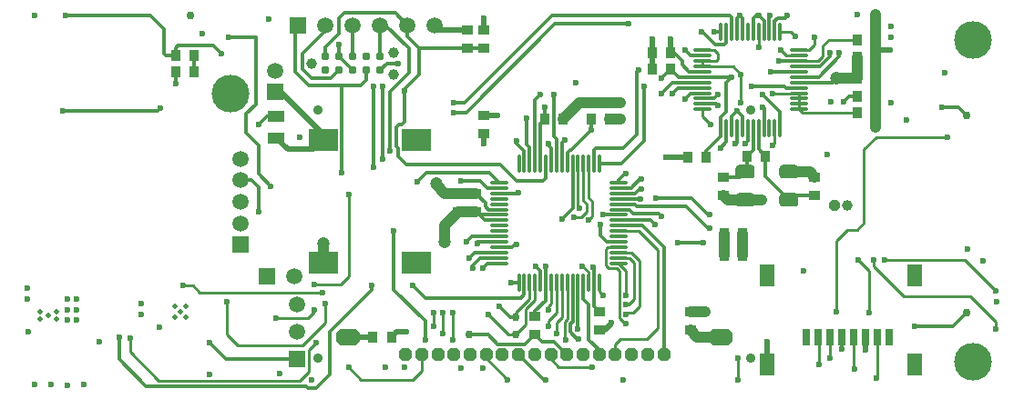
<source format=gbl>
%FSLAX25Y25*%
%MOIN*%
G70*
G01*
G75*
G04 Layer_Physical_Order=4*
G04 Layer_Color=16711680*
%ADD10R,0.08661X0.05906*%
%ADD11O,0.00984X0.03347*%
%ADD12O,0.03150X0.01181*%
%ADD13O,0.01181X0.03150*%
%ADD14R,0.06299X0.06299*%
%ADD15R,0.03937X0.03543*%
%ADD16C,0.03000*%
G04:AMPARAMS|DCode=17|XSize=236.22mil|YSize=98.43mil|CornerRadius=24.61mil|HoleSize=0mil|Usage=FLASHONLY|Rotation=0.000|XOffset=0mil|YOffset=0mil|HoleType=Round|Shape=RoundedRectangle|*
%AMROUNDEDRECTD17*
21,1,0.23622,0.04921,0,0,0.0*
21,1,0.18701,0.09843,0,0,0.0*
1,1,0.04921,0.09350,-0.02461*
1,1,0.04921,-0.09350,-0.02461*
1,1,0.04921,-0.09350,0.02461*
1,1,0.04921,0.09350,0.02461*
%
%ADD17ROUNDEDRECTD17*%
G04:AMPARAMS|DCode=18|XSize=98.43mil|YSize=39.37mil|CornerRadius=9.84mil|HoleSize=0mil|Usage=FLASHONLY|Rotation=0.000|XOffset=0mil|YOffset=0mil|HoleType=Round|Shape=RoundedRectangle|*
%AMROUNDEDRECTD18*
21,1,0.09843,0.01969,0,0,0.0*
21,1,0.07874,0.03937,0,0,0.0*
1,1,0.01969,0.03937,-0.00984*
1,1,0.01969,-0.03937,-0.00984*
1,1,0.01969,-0.03937,0.00984*
1,1,0.01969,0.03937,0.00984*
%
%ADD18ROUNDEDRECTD18*%
G04:AMPARAMS|DCode=19|XSize=78.74mil|YSize=94.49mil|CornerRadius=19.69mil|HoleSize=0mil|Usage=FLASHONLY|Rotation=180.000|XOffset=0mil|YOffset=0mil|HoleType=Round|Shape=RoundedRectangle|*
%AMROUNDEDRECTD19*
21,1,0.07874,0.05512,0,0,180.0*
21,1,0.03937,0.09449,0,0,180.0*
1,1,0.03937,-0.01969,0.02756*
1,1,0.03937,0.01969,0.02756*
1,1,0.03937,0.01969,-0.02756*
1,1,0.03937,-0.01969,-0.02756*
%
%ADD19ROUNDEDRECTD19*%
%ADD20R,0.03543X0.03937*%
%ADD21R,0.03150X0.06693*%
%ADD22R,0.03150X0.04331*%
%ADD23R,0.09000X0.09000*%
%ADD24R,0.04331X0.05906*%
%ADD25R,0.05906X0.04331*%
G04:AMPARAMS|DCode=26|XSize=51.18mil|YSize=64.96mil|CornerRadius=12.8mil|HoleSize=0mil|Usage=FLASHONLY|Rotation=0.000|XOffset=0mil|YOffset=0mil|HoleType=Round|Shape=RoundedRectangle|*
%AMROUNDEDRECTD26*
21,1,0.05118,0.03937,0,0,0.0*
21,1,0.02559,0.06496,0,0,0.0*
1,1,0.02559,0.01280,-0.01969*
1,1,0.02559,-0.01280,-0.01969*
1,1,0.02559,-0.01280,0.01969*
1,1,0.02559,0.01280,0.01969*
%
%ADD26ROUNDEDRECTD26*%
G04:AMPARAMS|DCode=27|XSize=31.5mil|YSize=106.3mil|CornerRadius=7.87mil|HoleSize=0mil|Usage=FLASHONLY|Rotation=180.000|XOffset=0mil|YOffset=0mil|HoleType=Round|Shape=RoundedRectangle|*
%AMROUNDEDRECTD27*
21,1,0.03150,0.09055,0,0,180.0*
21,1,0.01575,0.10630,0,0,180.0*
1,1,0.01575,-0.00787,0.04528*
1,1,0.01575,0.00787,0.04528*
1,1,0.01575,0.00787,-0.04528*
1,1,0.01575,-0.00787,-0.04528*
%
%ADD27ROUNDEDRECTD27*%
G04:AMPARAMS|DCode=28|XSize=25.59mil|YSize=43.31mil|CornerRadius=6.4mil|HoleSize=0mil|Usage=FLASHONLY|Rotation=90.000|XOffset=0mil|YOffset=0mil|HoleType=Round|Shape=RoundedRectangle|*
%AMROUNDEDRECTD28*
21,1,0.02559,0.03051,0,0,90.0*
21,1,0.01280,0.04331,0,0,90.0*
1,1,0.01280,0.01526,0.00640*
1,1,0.01280,0.01526,-0.00640*
1,1,0.01280,-0.01526,-0.00640*
1,1,0.01280,-0.01526,0.00640*
%
%ADD28ROUNDEDRECTD28*%
%ADD29C,0.01181*%
%ADD30C,0.01969*%
%ADD31C,0.01000*%
%ADD32C,0.03937*%
%ADD33C,0.03902*%
%ADD34C,0.02953*%
%ADD35C,0.03543*%
G04:AMPARAMS|DCode=36|XSize=86.61mil|YSize=59.06mil|CornerRadius=0mil|HoleSize=0mil|Usage=FLASHONLY|Rotation=0.000|XOffset=0mil|YOffset=0mil|HoleType=Round|Shape=Octagon|*
%AMOCTAGOND36*
4,1,8,0.04331,-0.01476,0.04331,0.01476,0.02854,0.02953,-0.02854,0.02953,-0.04331,0.01476,-0.04331,-0.01476,-0.02854,-0.02953,0.02854,-0.02953,0.04331,-0.01476,0.0*
%
%ADD36OCTAGOND36*%

%ADD37P,0.05114X8X22.5*%
%ADD38C,0.13780*%
%ADD39C,0.05906*%
%ADD40R,0.05906X0.05906*%
%ADD41P,0.04261X8X22.5*%
%ADD42C,0.03937*%
%ADD43R,0.05906X0.05906*%
%ADD44C,0.01969*%
%ADD45C,0.02362*%
%ADD46C,0.04724*%
%ADD47C,0.04000*%
%ADD48C,0.07902*%
%ADD49C,0.06953*%
%ADD50C,0.07543*%
%ADD51O,0.10693X0.07150*%
%ADD52C,0.06362*%
%ADD53C,0.13843*%
%ADD54C,0.05181*%
%ADD55C,0.03098*%
%ADD56R,0.10630X0.07874*%
%ADD57R,0.05709X0.07874*%
%ADD58R,0.03150X0.05906*%
%ADD59O,0.01181X0.07087*%
%ADD60O,0.07087X0.01181*%
G04:AMPARAMS|DCode=61|XSize=50mil|YSize=70mil|CornerRadius=12.5mil|HoleSize=0mil|Usage=FLASHONLY|Rotation=90.000|XOffset=0mil|YOffset=0mil|HoleType=Round|Shape=RoundedRectangle|*
%AMROUNDEDRECTD61*
21,1,0.05000,0.04500,0,0,90.0*
21,1,0.02500,0.07000,0,0,90.0*
1,1,0.02500,0.02250,0.01250*
1,1,0.02500,0.02250,-0.01250*
1,1,0.02500,-0.02250,-0.01250*
1,1,0.02500,-0.02250,0.01250*
%
%ADD61ROUNDEDRECTD61*%
D15*
X171555Y62846D02*
D03*
Y56154D02*
D03*
X165555Y56154D02*
D03*
Y62846D02*
D03*
X247000Y-40653D02*
D03*
Y-47346D02*
D03*
X171500Y24654D02*
D03*
Y31346D02*
D03*
X168445Y-3847D02*
D03*
Y2847D02*
D03*
X161945Y-3847D02*
D03*
Y2847D02*
D03*
X190100Y-42154D02*
D03*
Y-48846D02*
D03*
X213800Y-40554D02*
D03*
Y-47246D02*
D03*
X292500Y2153D02*
D03*
Y8846D02*
D03*
X259000Y8846D02*
D03*
Y2153D02*
D03*
D16*
X348000Y31500D02*
D03*
X166000Y-49000D02*
D03*
X183000D02*
D03*
Y-42555D02*
D03*
X348000Y-41000D02*
D03*
D20*
X130894Y-49841D02*
D03*
X137587D02*
D03*
X193654Y30000D02*
D03*
X200346D02*
D03*
X259500Y-20055D02*
D03*
X266193D02*
D03*
X259500Y-12055D02*
D03*
X266193D02*
D03*
X210653Y30000D02*
D03*
X217347D02*
D03*
X308063Y32276D02*
D03*
X314756D02*
D03*
X267653Y16555D02*
D03*
X274346D02*
D03*
X308063Y59146D02*
D03*
X314756D02*
D03*
X233154Y54500D02*
D03*
X239846D02*
D03*
X314846Y38500D02*
D03*
X308154D02*
D03*
X314846Y45000D02*
D03*
X308154D02*
D03*
X314756Y52782D02*
D03*
X308063D02*
D03*
X233154Y48500D02*
D03*
X239846D02*
D03*
X246153Y16000D02*
D03*
X252847D02*
D03*
X65346Y53500D02*
D03*
X58653D02*
D03*
X65346Y47500D02*
D03*
X58653D02*
D03*
D25*
X95500Y30937D02*
D03*
Y23063D02*
D03*
D29*
X345000Y34500D02*
X348000Y31500D01*
X339000Y34500D02*
X345000D01*
X303000Y36500D02*
X305000Y38500D01*
X308154D01*
X329000Y-46000D02*
X343000D01*
X348000Y-41000D01*
X281953Y41547D02*
X286717D01*
X281500Y42000D02*
X281953Y41547D01*
X269500Y42000D02*
X281500D01*
X273500Y39000D02*
X279827Y32673D01*
Y26783D02*
Y32673D01*
X260000Y43500D02*
X262000Y45500D01*
X260000Y32619D02*
Y43500D01*
X258173Y30792D02*
X260000Y32619D01*
X251283Y45484D02*
X261984D01*
X262000Y45500D01*
X259295Y57295D02*
X260142Y58142D01*
X251500Y62000D02*
X256205Y57295D01*
X259295D01*
X260142Y58142D02*
Y62217D01*
X298000Y53000D02*
Y54500D01*
X294421Y49421D02*
X298000Y53000D01*
X286717Y49421D02*
X294421D01*
X251000Y62000D02*
X251500D01*
X271000Y68000D02*
X272000D01*
X269984Y66984D02*
X271000Y68000D01*
X269984Y62217D02*
Y66984D01*
X272000Y68000D02*
X273921Y66079D01*
Y62217D02*
Y66079D01*
Y62217D02*
X273921Y62217D01*
X281638Y67138D02*
X282500Y68000D01*
X279011Y67138D02*
X281638D01*
X277858Y65985D02*
X279011Y67138D01*
X277858Y62217D02*
Y65985D01*
X264079Y67079D02*
X265000Y68000D01*
X264079Y62217D02*
Y67079D01*
X265000Y68000D02*
X266047Y66953D01*
Y62217D02*
Y66953D01*
X255783Y62217D02*
X258173D01*
X245000Y55500D02*
X247142Y53358D01*
X251284D01*
X244000Y50000D02*
Y51500D01*
X241000Y54500D02*
X244000Y51500D01*
X239846Y54500D02*
X241000D01*
X244000Y50000D02*
X246547Y47453D01*
X258173Y26783D02*
Y30792D01*
X211795Y13850D02*
Y18795D01*
X212500Y19500D01*
X222500D01*
X227441Y24441D01*
Y47441D01*
X228000Y48000D01*
X213764Y13850D02*
X221850D01*
X230000Y22000D01*
Y42000D01*
X276547Y47453D02*
X286717D01*
X276500Y47500D02*
X276547Y47453D01*
X301500Y53000D02*
Y54500D01*
X293984Y45484D02*
X301500Y53000D01*
X286717Y45484D02*
X293984D01*
X299016Y43516D02*
X300500Y45000D01*
X286717Y43516D02*
X299016D01*
X236500Y45000D02*
X239846Y48346D01*
Y48500D01*
X242862Y45484D01*
X251283D01*
X240516Y43516D02*
X251283D01*
X236500Y39500D02*
X240516Y43516D01*
X242547Y41547D02*
X251284D01*
X240500Y39500D02*
X242547Y41547D01*
X247079Y39579D02*
X249500D01*
X245000Y37500D02*
X247079Y39579D01*
X246547Y47453D02*
X251283D01*
X252847Y16000D02*
Y18346D01*
X258173Y23673D01*
Y26783D01*
X262110Y31110D02*
X264000Y33000D01*
X262110Y26783D02*
Y31110D01*
X264000Y33000D02*
X266047Y30953D01*
Y26783D02*
Y30953D01*
X263500Y21000D02*
X264079Y21579D01*
Y26783D01*
X267000Y21000D02*
X268016Y22016D01*
Y26783D01*
X273500Y34500D02*
X273921Y34079D01*
Y26783D02*
Y34079D01*
X286717Y51390D02*
X286717Y51390D01*
X279610Y51390D02*
X286717D01*
X279500Y51500D02*
X279610Y51390D01*
X253500Y-5000D02*
X254000D01*
X247500Y1000D02*
X253500Y-5000D01*
X234500Y1000D02*
X247500D01*
X253500Y-10000D02*
X254000D01*
X245500Y-2000D02*
X253500Y-10000D01*
X227500Y-2000D02*
X245500D01*
X183827Y2827D02*
X184000Y3000D01*
X177150Y2827D02*
X183827D01*
X235500Y-4500D02*
X236500Y-5500D01*
X226040Y-4500D02*
X235500D01*
X232516Y-7016D02*
X234000Y-8500D01*
X220850Y-7016D02*
X232516D01*
X224619Y-3079D02*
X226040Y-4500D01*
X220850Y-3079D02*
X224619D01*
X226610Y-1110D02*
X227500Y-2000D01*
X220850Y-1110D02*
X226610D01*
X215047Y-5047D02*
X220850D01*
X210653Y26153D02*
Y30000D01*
X203272Y18772D02*
X210653Y26153D01*
X203106Y18772D02*
X203272D01*
X201953Y17618D02*
X203106Y18772D01*
X201953Y13850D02*
Y17618D01*
X201953Y13850D02*
X201953Y13850D01*
X199984Y13850D02*
Y21484D01*
X201000Y22500D01*
X197000Y23635D02*
Y39000D01*
Y23635D02*
X198016Y22619D01*
Y13850D02*
Y22619D01*
X195000Y20500D02*
Y21000D01*
Y20500D02*
X196047Y19453D01*
Y13850D02*
Y19453D01*
X193654Y30000D02*
Y34347D01*
X192110Y28457D02*
X193654Y30000D01*
X192110Y13850D02*
Y28457D01*
X190142Y37142D02*
X192000Y39000D01*
X190142Y13850D02*
Y37142D01*
X187000Y20881D02*
Y30500D01*
X183500Y21000D02*
Y22000D01*
X275890Y62217D02*
X275890Y62217D01*
Y67890D01*
X276000Y68000D01*
X197500Y65000D02*
X224500D01*
X165000Y32500D02*
X197500Y65000D01*
X160500Y32500D02*
X165000D01*
X72500Y57000D02*
X75500Y54000D01*
X59500Y57000D02*
X72500D01*
X58653Y56154D02*
X59500Y57000D01*
X58653Y53500D02*
Y56154D01*
X262110Y62217D02*
Y67390D01*
X261500Y68000D02*
X262110Y67390D01*
X196500Y68000D02*
X261500D01*
X164500Y36000D02*
X196500Y68000D01*
X160500Y36000D02*
X164500D01*
X194079Y8579D02*
Y13850D01*
X193000Y7500D02*
X194079Y8579D01*
X183500Y7500D02*
X193000D01*
X177500Y13500D02*
X183500Y7500D01*
X143000Y13500D02*
X177500D01*
X140000Y16500D02*
X143000Y13500D01*
X140000Y16500D02*
Y19500D01*
X139500Y20000D02*
X140000Y19500D01*
X139500Y20000D02*
Y27000D01*
X140500Y28000D01*
X141500D01*
X142500Y29000D01*
X137000Y18500D02*
Y40000D01*
Y18500D02*
X137126Y18374D01*
X137000Y40000D02*
X144000Y47000D01*
X142500Y29000D02*
Y40500D01*
Y41000D01*
X147846Y46347D01*
Y56154D01*
X165555D01*
X143500Y60500D02*
X147846Y56154D01*
X143500Y60500D02*
Y64500D01*
X165555Y56154D02*
X165555Y56154D01*
X171555D01*
X133500Y64500D02*
X135500D01*
X144000Y56000D01*
Y47000D02*
Y56000D01*
X223000Y10000D02*
X223500D01*
X220850Y7850D02*
X223000Y10000D01*
X220850Y6764D02*
Y7850D01*
X134500Y15500D02*
Y42000D01*
X228500Y8000D02*
X229000D01*
X225295Y4795D02*
X228500Y8000D01*
X220850Y4795D02*
X225295D01*
X131000Y12500D02*
Y42000D01*
X228500Y4500D02*
X229000D01*
X226827Y2827D02*
X228500Y4500D01*
X220850Y2827D02*
X226827D01*
X119500Y42500D02*
X126500D01*
X107500D02*
X119500D01*
Y10500D02*
Y42500D01*
X220850Y858D02*
X228858D01*
X54500Y54000D02*
Y63000D01*
Y54000D02*
X55000Y53500D01*
X58653D01*
X136000Y50500D02*
X140000D01*
X133500Y48000D02*
X136000Y50500D01*
X113500Y62500D02*
Y64500D01*
X105171Y54171D02*
X113500Y62500D01*
X105171Y48329D02*
Y54171D01*
Y48329D02*
X108500Y45000D01*
X102500Y63500D02*
X103500Y64500D01*
X102500Y47500D02*
Y63500D01*
Y47500D02*
X107500Y42500D01*
X108500Y45000D02*
X115500D01*
X118500Y48000D01*
X126500Y42500D02*
X128500Y44500D01*
X139000Y69000D02*
X143500Y64500D01*
X120500Y69000D02*
X139000D01*
X118500Y67000D02*
X120500Y69000D01*
X118500Y61500D02*
Y67000D01*
X113500Y56500D02*
X118500Y61500D01*
X113500Y53000D02*
Y56500D01*
X133500Y53000D02*
Y64500D01*
X118500Y53000D02*
Y57500D01*
Y53000D02*
X123500Y48000D01*
X128500Y44500D02*
Y48000D01*
X123500Y53000D02*
Y64500D01*
X65346Y47500D02*
X65346Y47500D01*
Y53500D01*
X58653Y43154D02*
Y47500D01*
X49500Y68000D02*
X54500Y63000D01*
X18500Y68000D02*
X49500D01*
X17500Y33000D02*
X52000D01*
X53000Y34000D01*
X89000Y28000D02*
X91937Y30937D01*
X95500D01*
X88000Y35500D02*
Y60000D01*
X84500Y25000D02*
X89000Y20500D01*
X84500Y32000D02*
X88000Y35500D01*
X84500Y25000D02*
Y32000D01*
X78000Y60000D02*
X88000D01*
X89000Y10063D02*
Y20500D01*
Y10063D02*
X93532Y5531D01*
X147000Y7000D02*
X150500Y10500D01*
X173413D01*
X177150Y6764D01*
X163000Y7500D02*
X170000D01*
X172705Y4795D01*
X177150D01*
X168445Y2847D02*
X172000Y-709D01*
Y-2000D02*
Y-709D01*
Y-2000D02*
X173079Y-3079D01*
X177150D01*
X169646Y-5047D02*
X171614Y-7016D01*
X168445Y-3847D02*
X169646Y-5047D01*
X171614Y-7016D02*
X177150D01*
X169646Y-5047D02*
X177150D01*
X115000Y-48000D02*
X130500Y-32500D01*
Y-31000D01*
X186205Y-34295D02*
Y-29850D01*
X185000Y-35500D02*
X186205Y-34295D01*
X150000Y-35500D02*
X185000D01*
X145500Y-31000D02*
X150000Y-35500D01*
X138500Y-32500D02*
Y-11000D01*
Y-32500D02*
X150000Y-44000D01*
Y-51000D02*
Y-44000D01*
X115000Y-63500D02*
Y-48000D01*
X110000Y-68500D02*
X115000Y-63500D01*
X107000Y-68500D02*
X110000D01*
X106378Y-67878D02*
X107000Y-68500D01*
X47878Y-67878D02*
X106378D01*
X38000Y-58000D02*
X47878Y-67878D01*
X38000Y-58000D02*
Y-50000D01*
X216390Y-14890D02*
X220850D01*
X214000Y-12500D02*
X216390Y-14890D01*
X214000Y-12500D02*
Y-8500D01*
X181650Y-29850D02*
X184236D01*
X181500Y-30000D02*
X181650Y-29850D01*
X181055Y-42555D02*
X183000D01*
X177000Y-38500D02*
X181055Y-42555D01*
X186446Y-52500D02*
X190100Y-48846D01*
X176500Y-52500D02*
X186446D01*
X173000Y-49000D02*
X176500Y-52500D01*
X166000Y-49000D02*
X173000D01*
X196965Y-51500D02*
X201811Y-56346D01*
X192754Y-51500D02*
X196965D01*
X190100Y-48846D02*
X192754Y-51500D01*
X190100Y-42154D02*
Y-40400D01*
X194079Y-36421D01*
Y-29850D01*
X190500Y-24061D02*
Y-24000D01*
Y-24061D02*
X192110Y-25672D01*
Y-29850D02*
Y-25672D01*
X186205Y13850D02*
Y18295D01*
X183500Y21000D02*
X186205Y18295D01*
X188173Y13850D02*
Y19708D01*
X187000Y20881D02*
X188173Y19708D01*
X190142Y13850D02*
X190142Y13850D01*
X205500Y-50500D02*
X206000D01*
X203000Y-48000D02*
X205500Y-50500D01*
X203000Y-48000D02*
Y-45000D01*
X203921Y-44079D01*
Y-29850D01*
X205890Y-47000D02*
Y-29850D01*
X209827Y-50827D02*
X213622Y-54622D01*
X209827Y-50827D02*
Y-37827D01*
X207858Y-35858D02*
X209827Y-37827D01*
X207858Y-35858D02*
Y-29850D01*
X211795Y-38549D02*
X213800Y-40554D01*
X211795Y-38549D02*
Y-29850D01*
X213622Y-56346D02*
Y-54622D01*
X194079Y-29850D02*
Y-24021D01*
X211300Y-24100D02*
X211795Y-24595D01*
Y-29850D02*
Y-24595D01*
X242600Y-15400D02*
X251600D01*
X242500Y-15300D02*
X242600Y-15400D01*
X242400Y-15300D02*
X242500D01*
X182700Y-15900D02*
X183300D01*
X181742Y-16858D02*
X182700Y-15900D01*
X177150Y-16858D02*
X181742D01*
X229484Y-8984D02*
X237244Y-16744D01*
X220850Y-8984D02*
X229484D01*
X237244Y-56346D02*
Y-16744D01*
X169000Y-15500D02*
Y-15000D01*
X169110Y-14890D01*
X167079Y-12921D02*
X177150D01*
X165000Y-15000D02*
X167079Y-12921D01*
X203921Y-2579D02*
Y13850D01*
X200000Y-6500D02*
X203921Y-2579D01*
X89000Y-4000D02*
Y5000D01*
X86378Y7622D02*
X89000Y5000D01*
X82500Y7622D02*
X86378D01*
X302394Y-54394D02*
Y-49811D01*
X260142Y21642D02*
Y26783D01*
X258000Y19500D02*
X260142Y21642D01*
X251284Y37610D02*
X255610D01*
X257000Y39000D01*
X251284Y35642D02*
X256358D01*
X257000Y35000D01*
X169110Y-14890D02*
X177150D01*
X166000Y-21000D02*
X168173Y-18827D01*
X177150D01*
X167500Y-24500D02*
Y-23500D01*
X170205Y-20795D01*
X177150D01*
X171000Y-24500D02*
X172736Y-22764D01*
X177150D01*
X283000Y430D02*
X284723Y2153D01*
X292500D01*
X265166Y8846D02*
X267000Y10680D01*
X259000Y8846D02*
X265166D01*
X269984Y18886D02*
Y26783D01*
X267653Y16555D02*
X269984Y18886D01*
X271953Y18949D02*
Y26783D01*
Y18949D02*
X274346Y16555D01*
X267653Y11334D02*
Y16555D01*
X267000Y10680D02*
X267653Y11334D01*
X274346Y9084D02*
Y16555D01*
Y9084D02*
X283000Y430D01*
X71000Y-52000D02*
X77000Y-58000D01*
X103000D01*
D30*
X314791Y55500D02*
X320000D01*
X233154Y48500D02*
Y54500D01*
Y59346D01*
X239846Y54500D02*
Y59346D01*
X238000Y16000D02*
X246153D01*
X171555Y62846D02*
Y66945D01*
X153500Y64500D02*
X155154Y62846D01*
X165555D01*
X171500Y31346D02*
X176347D01*
X171500Y21000D02*
Y24654D01*
X95000Y40000D02*
X97000D01*
X112598Y24402D01*
Y22441D02*
Y24402D01*
X109158Y19000D02*
X112598Y22441D01*
X99563Y19000D02*
X109158D01*
X95500Y23063D02*
X99563Y19000D01*
X311055Y-54445D02*
Y-49811D01*
X274933Y-60047D02*
Y-51567D01*
X218000Y-45000D02*
Y-44500D01*
X215754Y-47246D02*
X218000Y-45000D01*
X213800Y-47246D02*
X215754D01*
X139428Y-48000D02*
X143000D01*
X137587Y-49841D02*
X139428Y-48000D01*
X121890Y-49850D02*
X121899Y-49841D01*
X130894D01*
D31*
X41900Y-55400D02*
X52500Y-66000D01*
X41900Y-55400D02*
Y-50100D01*
X318000Y-21500D02*
X347500D01*
X358791Y-32791D01*
X314000Y-24000D02*
Y-21500D01*
Y-24000D02*
X325000Y-35000D01*
X349500D01*
X358791Y-44291D01*
Y-46791D02*
Y-44291D01*
X315000Y23500D02*
X341000D01*
X310500Y19000D02*
X315000Y23500D01*
X310500Y-8000D02*
Y19000D01*
X308000Y-10500D02*
X310500Y-8000D01*
X304500Y-10500D02*
X308000D01*
X300500Y-14500D02*
X304500Y-10500D01*
X300500Y-40500D02*
Y-14500D01*
X312500Y-41000D02*
Y-25650D01*
X308425Y-21575D02*
X312500Y-25650D01*
X292500Y57500D02*
Y60000D01*
X290327Y55327D02*
X292500Y57500D01*
X286717Y55327D02*
X290327D01*
X283784Y62217D02*
X285500Y60500D01*
X279827Y62217D02*
X283784D01*
X280000Y55500D02*
X282142Y53358D01*
X286717D01*
X271953Y56547D02*
Y62217D01*
X286717Y33673D02*
Y39579D01*
Y33673D02*
X286717Y33673D01*
X276941Y39441D02*
X277079Y39579D01*
X286717D01*
X265500Y36000D02*
Y46500D01*
X251284Y31216D02*
Y33673D01*
Y31216D02*
X254500Y28000D01*
X262579Y49421D02*
X265500Y46500D01*
X251284Y49421D02*
X262579D01*
X251284D02*
Y51390D01*
X256390D01*
X257000Y52000D01*
Y54000D01*
X255673Y55327D02*
X257000Y54000D01*
X251284Y55327D02*
X255673D01*
X288114Y32276D02*
X308063D01*
X286717Y33673D02*
X288114Y32276D01*
X297646Y59146D02*
X308063D01*
X295500Y57000D02*
X297646Y59146D01*
X295500Y53156D02*
Y57000D01*
X293734Y51390D02*
X295500Y53156D01*
X286717Y51390D02*
X293734D01*
X277000Y20500D02*
X277858Y21358D01*
Y26783D01*
X213764Y-33264D02*
X215000Y-34500D01*
X213764Y-33264D02*
Y-29850D01*
X209827Y1173D02*
Y13850D01*
Y1173D02*
X211000Y0D01*
Y-5491D02*
Y0D01*
X209746Y-6746D02*
X211000Y-5491D01*
X122000Y-27500D02*
Y2500D01*
X119000Y-30500D02*
X122000Y-27500D01*
X109500Y-30500D02*
X119000D01*
X109500Y-40500D02*
Y-40000D01*
X107000Y-43000D02*
X109500Y-40500D01*
X95500Y-43000D02*
X107000D01*
X77500Y-49000D02*
Y-37000D01*
Y-49000D02*
X81500Y-53000D01*
X105000D01*
X113500Y-44500D01*
Y-37500D01*
X107500Y-54500D02*
X110000Y-52000D01*
X52500Y-66000D02*
X104000D01*
X107500Y-62500D01*
Y-54500D01*
X65000Y-31000D02*
X67500Y-33500D01*
X61500Y-31000D02*
X65000D01*
X67500Y-33500D02*
X112500D01*
X180500Y-49000D02*
X183000D01*
X173000Y-41500D02*
X180500Y-49000D01*
X160000Y-51000D02*
Y-41000D01*
X156500Y-48500D02*
Y-41000D01*
X153000Y-46000D02*
Y-41000D01*
X183000Y-42555D02*
Y-40972D01*
X188173Y-35799D01*
Y-29850D01*
X183000Y-49000D02*
X186844Y-45156D01*
Y-39656D01*
X190142Y-36358D01*
Y-29850D01*
X195000Y-40000D02*
Y-38500D01*
X196047Y-37453D01*
Y-29850D01*
X195000Y-46000D02*
Y-44000D01*
X198016Y-40984D01*
Y-29850D01*
X198000Y-48500D02*
Y-44500D01*
X199984Y-42516D01*
Y-29850D01*
X201500Y-51000D02*
Y-49986D01*
X201122Y-49609D02*
X201500Y-49986D01*
X201122Y-49609D02*
Y-44222D01*
X201953Y-43391D01*
Y-29850D01*
X207500Y-24000D02*
X207616D01*
X209736Y-26120D01*
Y-29760D02*
Y-26120D01*
Y-29760D02*
X209827Y-29850D01*
X172283Y-57615D02*
Y-56346D01*
Y-57615D02*
X180087Y-65418D01*
X184095Y-56346D02*
X193254Y-65506D01*
X193960D01*
X198742Y-60871D02*
X210975D01*
X195905Y-58035D02*
X198742Y-60871D01*
X122000Y-61000D02*
X126500Y-65500D01*
X145500D01*
X148661Y-62339D01*
Y-56346D01*
X195905Y-58035D02*
Y-56346D01*
X231000Y-50500D02*
X235000Y-46500D01*
X221500Y-50500D02*
X231000D01*
X219528Y-52472D02*
X221500Y-50500D01*
X219528Y-56346D02*
Y-52472D01*
X223000Y-45000D02*
X223500D01*
X221000Y-43000D02*
X223000Y-45000D01*
X221000Y-43000D02*
Y-25642D01*
X228287Y-38713D02*
Y-21760D01*
X223500Y-41500D02*
X224000Y-41000D01*
X226000D01*
X228287Y-38713D01*
X226500Y-36000D02*
Y-22500D01*
X223500Y-38000D02*
X224500D01*
X226500Y-36000D01*
X223500Y-34500D02*
Y-25413D01*
X235000Y-46500D02*
Y-18000D01*
X227953Y-10953D02*
X235000Y-18000D01*
X220850Y-10953D02*
X227953D01*
X207858Y142D02*
Y13850D01*
Y142D02*
X209000Y-1000D01*
Y-4000D02*
Y-1000D01*
X207000Y-6000D02*
X209000Y-4000D01*
X204500Y-6000D02*
X207000D01*
X205890Y-1890D02*
Y13850D01*
Y-1890D02*
X206500Y-2500D01*
X298000Y-49874D02*
X298063Y-49811D01*
X298000Y-57500D02*
Y-49874D01*
X315386Y-64614D02*
Y-49811D01*
X315000Y-65000D02*
X315386Y-64614D01*
X264500Y-65500D02*
Y-57500D01*
X293732Y-49811D02*
X294000Y-50079D01*
Y-60000D02*
Y-50079D01*
X306724Y-61224D02*
Y-49811D01*
Y-61224D02*
X307000Y-61500D01*
X220000Y-24642D02*
X221000Y-25642D01*
X217120Y-24642D02*
X220000D01*
X216000Y-23522D02*
X217120Y-24642D01*
X216000Y-23522D02*
Y-17500D01*
X216642Y-16858D01*
X220850D01*
X225355Y-18827D02*
X228287Y-21760D01*
X220850Y-18827D02*
X225355D01*
X224795Y-20795D02*
X226500Y-22500D01*
X220850Y-20795D02*
X224795D01*
X220850Y-22764D02*
X223500Y-25413D01*
D32*
X314791Y55500D02*
Y68291D01*
Y27209D02*
Y55500D01*
X300500Y45000D02*
X308154D01*
X308063Y45091D02*
X308154Y45000D01*
X308063Y45091D02*
Y52782D01*
X206347Y36000D02*
X221500D01*
X200346Y30000D02*
X206347Y36000D01*
X217347Y30000D02*
X221500D01*
X154000Y6000D02*
Y6500D01*
Y6000D02*
X157153Y2847D01*
X161945D01*
X168445D01*
X157000Y-15000D02*
Y-8791D01*
X161945Y-3847D01*
X168445D01*
X267000Y430D02*
X272930D01*
X283000Y10680D02*
X290666D01*
X292500Y8846D01*
X260723Y430D02*
X267000D01*
X259000Y2153D02*
X260723Y430D01*
X266193Y-20055D02*
Y-12055D01*
X259500Y-20055D02*
Y-12055D01*
X247000Y-40653D02*
X252346D01*
X249504Y-49850D02*
X258110D01*
X247000Y-47346D02*
X249504Y-49850D01*
X112598Y-22441D02*
Y-15598D01*
D33*
X138500Y46504D02*
D03*
Y54496D02*
D03*
X108500Y50500D02*
D03*
D34*
X64000Y68000D02*
D03*
D35*
X110866Y33417D02*
D03*
Y-57528D02*
D03*
X269134Y33417D02*
D03*
Y-57528D02*
D03*
D36*
X258110Y-49850D02*
D03*
X121890D02*
D03*
D37*
X142756Y-56346D02*
D03*
X148661D02*
D03*
X154567D02*
D03*
X160473D02*
D03*
X166378D02*
D03*
X172283D02*
D03*
X178189D02*
D03*
X184095D02*
D03*
X190000D02*
D03*
X195905D02*
D03*
X201811D02*
D03*
X207716D02*
D03*
X213622D02*
D03*
X219528D02*
D03*
X225433D02*
D03*
X231339D02*
D03*
X237244D02*
D03*
D38*
X350394Y-59055D02*
D03*
Y59055D02*
D03*
X78740Y39370D02*
D03*
D39*
X95000Y47874D02*
D03*
X82500Y-8126D02*
D03*
Y-252D02*
D03*
Y7622D02*
D03*
Y15496D02*
D03*
X102000Y-27500D02*
D03*
X153500Y64500D02*
D03*
X143500D02*
D03*
X133500D02*
D03*
X123500D02*
D03*
X113500D02*
D03*
X103000Y-38000D02*
D03*
Y-48000D02*
D03*
D40*
X95000Y40000D02*
D03*
X82500Y-16000D02*
D03*
X103000Y-58000D02*
D03*
D41*
X299638Y-1575D02*
D03*
D42*
X304362D02*
D03*
D43*
X92000Y-27500D02*
D03*
X103500Y64500D02*
D03*
D44*
X12000Y-42000D02*
D03*
X9047Y-43378D02*
D03*
Y-40622D02*
D03*
X14953D02*
D03*
Y-43378D02*
D03*
X58531Y-38532D02*
D03*
X62468D02*
D03*
Y-42469D02*
D03*
X58531D02*
D03*
X60500Y-40500D02*
D03*
D45*
X25000Y-67400D02*
D03*
X41900Y-50100D02*
D03*
X210653Y26153D02*
D03*
X298500Y36500D02*
D03*
X308099Y68401D02*
D03*
X320500Y36000D02*
D03*
X326098Y29598D02*
D03*
X340000Y47000D02*
D03*
X320500Y60000D02*
D03*
X320000Y55500D02*
D03*
X320500Y64000D02*
D03*
X314791Y68291D02*
D03*
Y27209D02*
D03*
X339000Y34500D02*
D03*
X303000Y36500D02*
D03*
X318000Y-21500D02*
D03*
X358791Y-32791D02*
D03*
X314000Y-21500D02*
D03*
X358791Y-46791D02*
D03*
X329000Y-46000D02*
D03*
X341000Y23500D02*
D03*
X300500Y-40500D02*
D03*
X312500Y-41000D02*
D03*
X308425Y-21575D02*
D03*
X288500Y-25500D02*
D03*
X359000Y-37000D02*
D03*
X348500Y-17500D02*
D03*
X354000Y-22000D02*
D03*
X292500Y60000D02*
D03*
X285500Y60500D02*
D03*
X280000Y55500D02*
D03*
X271953Y56547D02*
D03*
X265500Y46500D02*
D03*
X276941Y39441D02*
D03*
X273500Y39000D02*
D03*
X254500Y28000D02*
D03*
X265500Y36000D02*
D03*
X269500Y42000D02*
D03*
X262000Y45500D02*
D03*
X298000Y54500D02*
D03*
X251000Y62000D02*
D03*
X272000Y68000D02*
D03*
X282500D02*
D03*
X265000D02*
D03*
X255783Y62217D02*
D03*
X245000Y55500D02*
D03*
X30700Y-51700D02*
D03*
X19000Y-67500D02*
D03*
X7122Y-67378D02*
D03*
X13122D02*
D03*
X228000Y48000D02*
D03*
X230000Y42000D02*
D03*
X276500Y47500D02*
D03*
X301500Y54500D02*
D03*
X236500Y45000D02*
D03*
X245000Y37500D02*
D03*
X233154Y59346D02*
D03*
X239846Y59346D02*
D03*
X238000Y16000D02*
D03*
X264000Y33000D02*
D03*
X263500Y21000D02*
D03*
X267000D02*
D03*
X273500Y34500D02*
D03*
X279500Y51500D02*
D03*
X254000Y-5000D02*
D03*
X234500Y1000D02*
D03*
X254000Y-10000D02*
D03*
X184000Y3000D02*
D03*
X236500Y-5500D02*
D03*
X234000Y-8500D02*
D03*
X215047Y-5047D02*
D03*
X221500Y36000D02*
D03*
Y30000D02*
D03*
X201000Y22500D02*
D03*
X197000Y39000D02*
D03*
X195000Y21000D02*
D03*
X193654Y34347D02*
D03*
X187000Y30500D02*
D03*
X183500Y22000D02*
D03*
X192000Y39000D02*
D03*
X171555Y66945D02*
D03*
X276000Y68000D02*
D03*
X224500Y65000D02*
D03*
X160500Y32500D02*
D03*
X75500Y54000D02*
D03*
X160500Y36000D02*
D03*
X176347Y31346D02*
D03*
X171500Y21000D02*
D03*
X137126Y18374D02*
D03*
X142500Y40500D02*
D03*
X223500Y10000D02*
D03*
X134500Y42000D02*
D03*
Y15500D02*
D03*
X229000Y8000D02*
D03*
X131000Y42000D02*
D03*
Y12500D02*
D03*
X229000Y4500D02*
D03*
X119500Y10500D02*
D03*
X228858Y858D02*
D03*
X140000Y50500D02*
D03*
X118500Y57500D02*
D03*
X68496Y61504D02*
D03*
X92847Y66847D02*
D03*
X7000Y68000D02*
D03*
X58653Y43154D02*
D03*
X18500Y68000D02*
D03*
X17500Y33000D02*
D03*
X53000Y34000D02*
D03*
X89000Y28000D02*
D03*
X78000Y60000D02*
D03*
X93532Y5531D02*
D03*
X147000Y7000D02*
D03*
X163000Y7500D02*
D03*
X104000Y23500D02*
D03*
X277000Y20500D02*
D03*
X297000Y17000D02*
D03*
X290500Y10500D02*
D03*
X272930Y430D02*
D03*
X266000Y-16000D02*
D03*
X259500Y-16055D02*
D03*
X329000Y-60000D02*
D03*
Y-27500D02*
D03*
X311055Y-54445D02*
D03*
X274933Y-51567D02*
D03*
X275000Y-27000D02*
D03*
X215000Y-34500D02*
D03*
X252346Y-40653D02*
D03*
X218000Y-44500D02*
D03*
X135534Y-61034D02*
D03*
X142528Y-61028D02*
D03*
X162909Y-61091D02*
D03*
X171153Y-61154D02*
D03*
X222445Y-65555D02*
D03*
X209746Y-6746D02*
D03*
X122000Y2500D02*
D03*
X130500Y-31000D02*
D03*
X109500Y-30500D02*
D03*
Y-40000D02*
D03*
X95500Y-43000D02*
D03*
X143000Y-48000D02*
D03*
X138500Y-11000D02*
D03*
X145500Y-31000D02*
D03*
X38000Y-50000D02*
D03*
X61500Y-31000D02*
D03*
X112500Y-33500D02*
D03*
X77500Y-37000D02*
D03*
X113500Y-37500D02*
D03*
X110000Y-52000D02*
D03*
X214000Y-8500D02*
D03*
X150000Y-51000D02*
D03*
X108555Y-65555D02*
D03*
X181500Y-30000D02*
D03*
X177000Y-38500D02*
D03*
X173000Y-41500D02*
D03*
X96846Y-63346D02*
D03*
X160000Y-41000D02*
D03*
Y-51000D02*
D03*
X156500Y-41000D02*
D03*
X153000D02*
D03*
X156500Y-48500D02*
D03*
X153000Y-46000D02*
D03*
X195000Y-40000D02*
D03*
Y-46000D02*
D03*
X198000Y-48500D02*
D03*
X201500Y-51000D02*
D03*
X207500Y-24000D02*
D03*
X190500D02*
D03*
X71000Y-63500D02*
D03*
X205000Y43500D02*
D03*
X206000Y-50500D02*
D03*
X205890Y-47000D02*
D03*
X194079Y-24021D02*
D03*
X211300Y-24100D02*
D03*
X251600Y-15400D02*
D03*
X242400Y-15300D02*
D03*
X183300Y-15900D02*
D03*
X180087Y-65418D02*
D03*
X122000Y-61000D02*
D03*
X193960Y-65506D02*
D03*
X210975Y-60871D02*
D03*
X223500Y-45000D02*
D03*
Y-41500D02*
D03*
Y-38000D02*
D03*
Y-34500D02*
D03*
X169000Y-15500D02*
D03*
X204500Y-6000D02*
D03*
X89000Y-4000D02*
D03*
X200000Y-6500D02*
D03*
X206500Y-2500D02*
D03*
X298000Y-57500D02*
D03*
X315000Y-65000D02*
D03*
X264500Y-65500D02*
D03*
Y-57500D02*
D03*
X294000Y-60000D02*
D03*
X307000Y-61500D02*
D03*
X302394Y-54394D02*
D03*
X258000Y19500D02*
D03*
X236500Y39500D02*
D03*
X240500D02*
D03*
X257000Y39000D02*
D03*
Y35000D02*
D03*
X165000Y-15000D02*
D03*
X166000Y-21000D02*
D03*
X167500Y-24500D02*
D03*
X171000D02*
D03*
X71000Y-52000D02*
D03*
X22500Y-43500D02*
D03*
X19000D02*
D03*
X22500Y-40000D02*
D03*
X19000D02*
D03*
X22500Y-36000D02*
D03*
X19000D02*
D03*
X4594Y-47905D02*
D03*
X46000Y-37500D02*
D03*
X46016Y-41484D02*
D03*
X52595Y-46406D02*
D03*
X4500Y-36000D02*
D03*
Y-32000D02*
D03*
D46*
X300500Y45000D02*
D03*
X154000Y6500D02*
D03*
X157000Y-15000D02*
D03*
X112598Y-15598D02*
D03*
D55*
X113500Y53000D02*
D03*
X118500D02*
D03*
X123500D02*
D03*
X128500D02*
D03*
X133500D02*
D03*
Y48000D02*
D03*
X128500D02*
D03*
X123500D02*
D03*
X118500D02*
D03*
X113500D02*
D03*
D56*
X112598Y22441D02*
D03*
Y-22441D02*
D03*
X146850D02*
D03*
Y22441D02*
D03*
D57*
X329067Y-27409D02*
D03*
X274933D02*
D03*
Y-60047D02*
D03*
X329067D02*
D03*
D58*
X298063Y-49811D02*
D03*
X293732D02*
D03*
X289402D02*
D03*
X302394D02*
D03*
X306724D02*
D03*
X311055D02*
D03*
X315386D02*
D03*
X319717D02*
D03*
D59*
X213764Y-29850D02*
D03*
X211795Y-29850D02*
D03*
X209827D02*
D03*
X207858D02*
D03*
X205890D02*
D03*
X203921Y-29850D02*
D03*
X201953D02*
D03*
X199984D02*
D03*
X198016Y-29850D02*
D03*
X196047D02*
D03*
X194079D02*
D03*
X192110Y-29850D02*
D03*
X190142D02*
D03*
X188173Y-29850D02*
D03*
X186205Y-29850D02*
D03*
X184236D02*
D03*
Y13850D02*
D03*
X186205D02*
D03*
X188173D02*
D03*
X190142D02*
D03*
X192110D02*
D03*
X194079Y13850D02*
D03*
X196047D02*
D03*
X198016D02*
D03*
X199984Y13850D02*
D03*
X201953D02*
D03*
X203921D02*
D03*
X205890D02*
D03*
X207858Y13850D02*
D03*
X209827Y13850D02*
D03*
X211795D02*
D03*
X213764Y13850D02*
D03*
X279827Y26783D02*
D03*
X277858D02*
D03*
X275890D02*
D03*
X273921D02*
D03*
X271953Y26783D02*
D03*
X269984D02*
D03*
X268016D02*
D03*
X266047Y26783D02*
D03*
X264079D02*
D03*
X262110D02*
D03*
X260142D02*
D03*
X258173Y26783D02*
D03*
Y62217D02*
D03*
X260142Y62217D02*
D03*
X262110D02*
D03*
X264079D02*
D03*
X266047D02*
D03*
X268016Y62217D02*
D03*
X269984D02*
D03*
X271953D02*
D03*
X273921Y62217D02*
D03*
X275890D02*
D03*
X277858D02*
D03*
X279827D02*
D03*
D60*
X177150Y-22764D02*
D03*
Y-20795D02*
D03*
Y-18827D02*
D03*
X177150Y-16858D02*
D03*
Y-14890D02*
D03*
X177150Y-12921D02*
D03*
Y-10953D02*
D03*
Y-8984D02*
D03*
Y-7016D02*
D03*
Y-5047D02*
D03*
Y-3079D02*
D03*
Y-1110D02*
D03*
Y858D02*
D03*
Y2827D02*
D03*
Y4795D02*
D03*
Y6764D02*
D03*
X220850Y6764D02*
D03*
X220850Y4795D02*
D03*
Y2827D02*
D03*
X220850Y858D02*
D03*
Y-1110D02*
D03*
Y-3079D02*
D03*
Y-5047D02*
D03*
Y-7016D02*
D03*
X220850Y-8984D02*
D03*
Y-10953D02*
D03*
X220850Y-12921D02*
D03*
Y-14890D02*
D03*
Y-16858D02*
D03*
Y-18827D02*
D03*
Y-20795D02*
D03*
Y-22764D02*
D03*
X286717Y55327D02*
D03*
Y53358D02*
D03*
Y51390D02*
D03*
Y49421D02*
D03*
X286717Y47453D02*
D03*
Y45484D02*
D03*
Y43516D02*
D03*
X286717Y41547D02*
D03*
Y39579D02*
D03*
X286717Y37610D02*
D03*
Y35642D02*
D03*
Y33673D02*
D03*
X251284D02*
D03*
Y35642D02*
D03*
Y37610D02*
D03*
Y39579D02*
D03*
Y41547D02*
D03*
X251283Y43516D02*
D03*
Y45484D02*
D03*
Y47453D02*
D03*
X251284Y49421D02*
D03*
Y51390D02*
D03*
Y53358D02*
D03*
Y55327D02*
D03*
D61*
X267000Y430D02*
D03*
Y10680D02*
D03*
X283000D02*
D03*
Y430D02*
D03*
M02*

</source>
